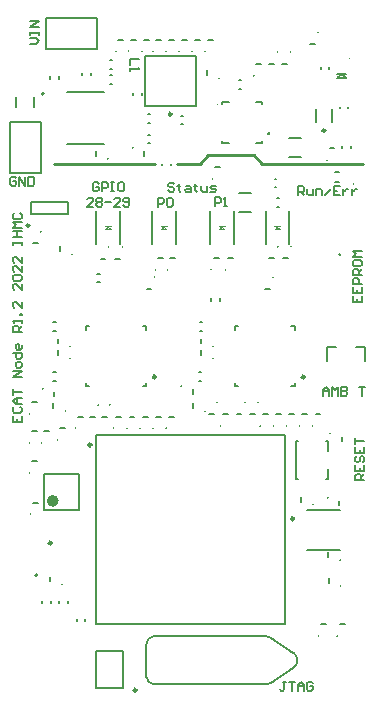
<source format=gto>
G04*
G04 #@! TF.GenerationSoftware,Altium Limited,Altium Designer,22.8.2 (66)*
G04*
G04 Layer_Color=65535*
%FSLAX25Y25*%
%MOIN*%
G70*
G04*
G04 #@! TF.SameCoordinates,FBB38BD8-B248-4C14-88E0-E7BD1AE39475*
G04*
G04*
G04 #@! TF.FilePolarity,Positive*
G04*
G01*
G75*
%ADD10C,0.00984*%
%ADD11C,0.00787*%
%ADD12C,0.00700*%
%ADD13C,0.00394*%
%ADD14C,0.00598*%
%ADD15C,0.01968*%
%ADD16C,0.00551*%
%ADD17C,0.00600*%
%ADD18C,0.00500*%
%ADD19C,0.00591*%
%ADD20C,0.01000*%
%ADD21C,0.00800*%
%ADD22C,0.00669*%
%ADD23C,0.00492*%
%ADD24R,0.00295X0.00886*%
%ADD25R,0.00295X0.00591*%
D10*
X7407Y156593D02*
G03*
X7407Y156593I-492J0D01*
G01*
X28051Y83465D02*
G03*
X28051Y83465I-492J0D01*
G01*
X106004Y188287D02*
G03*
X106004Y188287I-492J0D01*
G01*
X14764Y50787D02*
G03*
X14764Y50787I-492J0D01*
G01*
X99114Y106102D02*
G03*
X99114Y106102I-492J0D01*
G01*
X49508D02*
G03*
X49508Y106102I-492J0D01*
G01*
X54823Y193701D02*
G03*
X54823Y193701I-492J0D01*
G01*
X95571Y58858D02*
G03*
X95571Y58858I-492J0D01*
G01*
X43058Y1710D02*
G03*
X43058Y1710I-492J0D01*
G01*
X87160Y187177D02*
G03*
X87160Y187177I-197J0D01*
G01*
D11*
X9995Y40014D02*
G03*
X9995Y40014I-394J0D01*
G01*
X12165Y200512D02*
G03*
X12165Y200512I-394J0D01*
G01*
X7998Y164368D02*
X20202D01*
X7998Y160432D02*
X20202D01*
Y164368D01*
X7998Y160432D02*
Y164368D01*
X2849Y195928D02*
Y199472D01*
X8951Y195928D02*
Y199472D01*
X29528Y86614D02*
X92520D01*
Y23622D02*
Y86614D01*
X29528Y23622D02*
X92520D01*
X29528D02*
Y86614D01*
X17324Y30706D02*
Y31494D01*
X20276Y30706D02*
Y31494D01*
X104429Y208703D02*
Y209490D01*
X107382Y208703D02*
Y209490D01*
X15354Y124311D02*
X16142D01*
X15354Y121358D02*
X16142D01*
X108268Y191142D02*
Y195472D01*
X102756Y191142D02*
Y195472D01*
X12205Y61820D02*
X24016D01*
Y73613D01*
X12205D02*
X24016D01*
X12205Y61820D02*
Y73613D01*
X95866Y102953D02*
Y104134D01*
Y121850D02*
Y123031D01*
X75787D02*
X76968D01*
X94685D02*
X95866D01*
X75787Y102953D02*
Y104134D01*
Y121850D02*
Y123031D01*
Y102953D02*
X76968D01*
X94685D02*
X95866D01*
X46260D02*
Y104134D01*
Y121850D02*
Y123031D01*
X26181D02*
X27362D01*
X45079D02*
X46260D01*
X26181Y102953D02*
Y104134D01*
Y121850D02*
Y123031D01*
Y102953D02*
X27362D01*
X45079D02*
X46260D01*
X71653Y184252D02*
X73819D01*
X82874D02*
X85039D01*
X82874Y197638D02*
X85039D01*
X71653D02*
X73819D01*
X71653Y197008D02*
Y197638D01*
Y184252D02*
Y184882D01*
X85039Y184252D02*
Y184882D01*
Y197008D02*
Y197638D01*
X77362Y202165D02*
X77756D01*
X77362Y204921D02*
X77756D01*
X113689Y195587D02*
Y195980D01*
X110933Y195587D02*
Y195980D01*
X89173Y172244D02*
X89567D01*
X89173Y169488D02*
X89567D01*
X23122Y24903D02*
Y25297D01*
X25878Y24903D02*
Y25297D01*
X25000Y206890D02*
Y207283D01*
X27756Y206890D02*
Y207283D01*
X51662Y176783D02*
Y177176D01*
X54418Y176783D02*
Y177176D01*
X47047Y186811D02*
X47441D01*
X47047Y184055D02*
X47441D01*
X45866Y196260D02*
X62795D01*
Y213189D01*
X45866D02*
X62795D01*
X45866Y196260D02*
Y213189D01*
X64173Y124311D02*
X64961D01*
X64173Y121358D02*
X64961D01*
X70755Y131496D02*
Y132283D01*
X67802Y131496D02*
Y132283D01*
X63779Y107776D02*
X64567D01*
X63779Y104823D02*
X64567D01*
X30006Y140576D02*
X30794D01*
X30006Y137624D02*
X30794D01*
X15354Y107776D02*
X16142D01*
X15354Y104823D02*
X16142D01*
X14676Y30706D02*
Y31494D01*
X11724Y30706D02*
Y31494D01*
X57874Y193209D02*
X58661D01*
X57874Y190256D02*
X58661D01*
X111516Y182283D02*
Y183071D01*
X114469Y182283D02*
Y183071D01*
X46850Y190650D02*
X47638D01*
X46850Y193602D02*
X47638D01*
X44783Y200000D02*
Y200787D01*
X41831Y200000D02*
Y200787D01*
X34252Y211713D02*
X35039D01*
X34252Y208760D02*
X35039D01*
X34252Y206594D02*
X35039D01*
X34252Y203642D02*
X35039D01*
X89764Y162697D02*
X90551D01*
X89764Y165650D02*
X90551D01*
X14272Y205512D02*
Y206299D01*
X17224Y205512D02*
Y206299D01*
X100000Y48425D02*
X111024D01*
X100000Y61811D02*
X111024D01*
X29672Y14702D02*
X38728D01*
X29672Y2498D02*
X38728D01*
X29672D02*
Y14702D01*
X38728Y2498D02*
Y14702D01*
X96260Y72047D02*
X96752D01*
X106398D02*
X106890D01*
Y81398D02*
Y84646D01*
Y72047D02*
Y75295D01*
X96260Y84646D02*
X96752D01*
X106398D02*
X106890D01*
X96260Y72047D02*
Y84646D01*
D12*
X82158Y206530D02*
G03*
X82158Y206530I-100J0D01*
G01*
X11400Y84200D02*
G03*
X11400Y84200I-100J0D01*
G01*
X103500Y221000D02*
G03*
X103500Y221000I-100J0D01*
G01*
X88682Y89801D02*
G03*
X88682Y89801I-100J0D01*
G01*
X33528Y178909D02*
G03*
X33528Y178909I-100J0D01*
G01*
X68567Y112373D02*
G03*
X68567Y112373I-100J0D01*
G01*
Y116310D02*
G03*
X68567Y116310I-100J0D01*
G01*
X83509Y97601D02*
G03*
X83509Y97601I-100J0D01*
G01*
X110000Y19722D02*
G03*
X110000Y19722I-100J0D01*
G01*
X103812D02*
G03*
X103812Y19722I-100J0D01*
G01*
X110969Y45050D02*
G03*
X110969Y45050I-100J0D01*
G01*
X111087Y36389D02*
G03*
X111087Y36389I-100J0D01*
G01*
X102032Y63554D02*
G03*
X102032Y63554I-100J0D01*
G01*
X106830Y65917D02*
G03*
X106830Y65917I-100J0D01*
G01*
X107617Y87233D02*
G03*
X107617Y87233I-100J0D01*
G01*
X84295Y89801D02*
G03*
X84295Y89801I-100J0D01*
G01*
X70010Y97601D02*
G03*
X70010Y97601I-100J0D01*
G01*
X53024Y89013D02*
G03*
X53024Y89013I-100J0D01*
G01*
X101843Y89801D02*
G03*
X101843Y89801I-100J0D01*
G01*
X97456D02*
G03*
X97456Y89801I-100J0D01*
G01*
X93069D02*
G03*
X93069Y89801I-100J0D01*
G01*
X79122Y97601D02*
G03*
X79122Y97601I-100J0D01*
G01*
X71135Y89801D02*
G03*
X71135Y89801I-100J0D01*
G01*
X35477Y89013D02*
G03*
X35477Y89013I-100J0D01*
G01*
X48637D02*
G03*
X48637Y89013I-100J0D01*
G01*
X39863D02*
G03*
X39863Y89013I-100J0D01*
G01*
X34183Y96813D02*
G03*
X34183Y96813I-100J0D01*
G01*
X22709Y89013D02*
G03*
X22709Y89013I-100J0D01*
G01*
X44251D02*
G03*
X44251Y89013I-100J0D01*
G01*
X58011Y102981D02*
G03*
X58011Y102981I-100J0D01*
G01*
X20929Y116310D02*
G03*
X20929Y116310I-100J0D01*
G01*
Y112373D02*
G03*
X20929Y112373I-100J0D01*
G01*
X19400Y94800D02*
G03*
X19400Y94800I-100J0D01*
G01*
X11800Y102200D02*
G03*
X11800Y102200I-100J0D01*
G01*
X7355Y93738D02*
G03*
X7355Y93738I-100J0D01*
G01*
X67985Y141887D02*
G03*
X67985Y141887I-100J0D01*
G01*
X72710D02*
G03*
X72710Y141887I-100J0D01*
G01*
X53418D02*
G03*
X53418Y141887I-100J0D01*
G01*
X49481Y141769D02*
G03*
X49481Y141769I-100J0D01*
G01*
X38514Y149452D02*
G03*
X38514Y149452I-100J0D01*
G01*
X33790D02*
G03*
X33790Y149452I-100J0D01*
G01*
X90089Y149569D02*
G03*
X90089Y149569I-100J0D01*
G01*
X94613D02*
G03*
X94613Y149569I-100J0D01*
G01*
X106568Y178384D02*
G03*
X106568Y178384I-100J0D01*
G01*
X115443Y170335D02*
G03*
X115443Y170335I-100J0D01*
G01*
X68379Y172084D02*
G03*
X68379Y172084I-100J0D01*
G01*
X90089Y214330D02*
G03*
X90089Y214330I-100J0D01*
G01*
X70535Y205680D02*
G03*
X70535Y205680I-100J0D01*
G01*
X21600Y147000D02*
G03*
X21600Y147000I-100J0D01*
G01*
X11300Y154500D02*
G03*
X11300Y154500I-100J0D01*
G01*
X30303Y96813D02*
G03*
X30303Y96813I-100J0D01*
G01*
X7355Y74053D02*
G03*
X7355Y74053I-100J0D01*
G01*
X7749Y60273D02*
G03*
X7749Y60273I-100J0D01*
G01*
X18173Y36946D02*
G03*
X18173Y36946I-100J0D01*
G01*
X16804Y85076D02*
G03*
X16804Y85076I-100J0D01*
G01*
X7355Y84200D02*
G03*
X7355Y84200I-100J0D01*
G01*
X65811Y94657D02*
G03*
X65811Y94657I-100J0D01*
G01*
X900Y174100D02*
X11300D01*
Y191100D01*
X900D02*
X11300D01*
X900Y174100D02*
Y191100D01*
X29900Y215500D02*
Y225900D01*
X12900D02*
X29900D01*
X12900Y215500D02*
Y225900D01*
Y215500D02*
X29900D01*
X94063Y185877D02*
X98063D01*
X94063Y179477D02*
X98063D01*
X109261Y174535D02*
X110442D01*
X109252Y171135D02*
X110433D01*
X30449Y170578D02*
X29949Y171078D01*
X28949D01*
X28449Y170578D01*
Y168579D01*
X28949Y168079D01*
X29949D01*
X30449Y168579D01*
Y169578D01*
X29449D01*
X31449Y168079D02*
Y171078D01*
X32948D01*
X33448Y170578D01*
Y169578D01*
X32948Y169079D01*
X31449D01*
X34448Y171078D02*
X35447D01*
X34947D01*
Y168079D01*
X34448D01*
X35447D01*
X38446Y171078D02*
X37446D01*
X36947Y170578D01*
Y168579D01*
X37446Y168079D01*
X38446D01*
X38946Y168579D01*
Y170578D01*
X38446Y171078D01*
X28699Y162800D02*
X26700D01*
X28699Y164799D01*
Y165299D01*
X28199Y165799D01*
X27200D01*
X26700Y165299D01*
X29699D02*
X30199Y165799D01*
X31199D01*
X31698Y165299D01*
Y164799D01*
X31199Y164299D01*
X31698Y163800D01*
Y163300D01*
X31199Y162800D01*
X30199D01*
X29699Y163300D01*
Y163800D01*
X30199Y164299D01*
X29699Y164799D01*
Y165299D01*
X30199Y164299D02*
X31199D01*
X32698D02*
X34697D01*
X37696Y162800D02*
X35697D01*
X37696Y164799D01*
Y165299D01*
X37197Y165799D01*
X36197D01*
X35697Y165299D01*
X38696Y163300D02*
X39196Y162800D01*
X40196D01*
X40696Y163300D01*
Y165299D01*
X40196Y165799D01*
X39196D01*
X38696Y165299D01*
Y164799D01*
X39196Y164299D01*
X40696D01*
X7601Y217100D02*
X9600D01*
X10600Y218100D01*
X9600Y219099D01*
X7601D01*
Y220099D02*
Y221099D01*
Y220599D01*
X10600D01*
Y220099D01*
Y221099D01*
Y222598D02*
X7601D01*
X10600Y224598D01*
X7601D01*
X2999Y172399D02*
X2499Y172899D01*
X1500D01*
X1000Y172399D01*
Y170400D01*
X1500Y169900D01*
X2499D01*
X2999Y170400D01*
Y171399D01*
X2000D01*
X3999Y169900D02*
Y172899D01*
X5998Y169900D01*
Y172899D01*
X6998D02*
Y169900D01*
X8498D01*
X8997Y170400D01*
Y172399D01*
X8498Y172899D01*
X6998D01*
X1813Y93251D02*
Y91251D01*
X4812D01*
Y93251D01*
X3312Y91251D02*
Y92251D01*
X2313Y96250D02*
X1813Y95750D01*
Y94750D01*
X2313Y94250D01*
X4312D01*
X4812Y94750D01*
Y95750D01*
X4312Y96250D01*
X4812Y97249D02*
X2812D01*
X1813Y98249D01*
X2812Y99249D01*
X4812D01*
X3312D01*
Y97249D01*
X1813Y100248D02*
Y102248D01*
Y101248D01*
X4812D01*
Y106246D02*
X1813D01*
X4812Y108246D01*
X1813D01*
X4812Y109745D02*
Y110745D01*
X4312Y111245D01*
X3312D01*
X2812Y110745D01*
Y109745D01*
X3312Y109245D01*
X4312D01*
X4812Y109745D01*
X1813Y114244D02*
X4812D01*
Y112744D01*
X4312Y112244D01*
X3312D01*
X2812Y112744D01*
Y114244D01*
X4812Y116743D02*
Y115743D01*
X4312Y115243D01*
X3312D01*
X2812Y115743D01*
Y116743D01*
X3312Y117243D01*
X3812D01*
Y115243D01*
X4812Y121241D02*
X1813D01*
Y122741D01*
X2313Y123241D01*
X3312D01*
X3812Y122741D01*
Y121241D01*
Y122241D02*
X4812Y123241D01*
Y124241D02*
Y125240D01*
Y124740D01*
X1813D01*
X2313Y124241D01*
X4812Y126740D02*
X4312D01*
Y127240D01*
X4812D01*
Y126740D01*
Y131238D02*
Y129239D01*
X2812Y131238D01*
X2313D01*
X1813Y130738D01*
Y129739D01*
X2313Y129239D01*
X4812Y137236D02*
Y135237D01*
X2812Y137236D01*
X2313D01*
X1813Y136737D01*
Y135737D01*
X2313Y135237D01*
Y138236D02*
X1813Y138736D01*
Y139735D01*
X2313Y140235D01*
X4312D01*
X4812Y139735D01*
Y138736D01*
X4312Y138236D01*
X2313D01*
X4812Y143234D02*
Y141235D01*
X2812Y143234D01*
X2313D01*
X1813Y142735D01*
Y141735D01*
X2313Y141235D01*
X4812Y146233D02*
Y144234D01*
X2812Y146233D01*
X2313D01*
X1813Y145734D01*
Y144734D01*
X2313Y144234D01*
X1813Y150232D02*
Y151232D01*
Y150732D01*
X4812D01*
Y150232D01*
Y151232D01*
X1813Y152731D02*
X4812D01*
X3312D01*
Y154731D01*
X1813D01*
X4812D01*
Y155730D02*
X1813D01*
X2812Y156730D01*
X1813Y157730D01*
X4812D01*
X2313Y160729D02*
X1813Y160229D01*
Y159229D01*
X2313Y158729D01*
X4312D01*
X4812Y159229D01*
Y160229D01*
X4312Y160729D01*
X115201Y132999D02*
Y131000D01*
X118200D01*
Y132999D01*
X116700Y131000D02*
Y132000D01*
X115201Y135998D02*
Y133999D01*
X118200D01*
Y135998D01*
X116700Y133999D02*
Y134999D01*
X118200Y136998D02*
X115201D01*
Y138498D01*
X115701Y138997D01*
X116700D01*
X117200Y138498D01*
Y136998D01*
X118200Y139997D02*
X115201D01*
Y141497D01*
X115701Y141996D01*
X116700D01*
X117200Y141497D01*
Y139997D01*
Y140997D02*
X118200Y141996D01*
X115201Y144496D02*
Y143496D01*
X115701Y142996D01*
X117700D01*
X118200Y143496D01*
Y144496D01*
X117700Y144995D01*
X115701D01*
X115201Y144496D01*
X118200Y145995D02*
X115201D01*
X116201Y146995D01*
X115201Y147994D01*
X118200D01*
X105400Y99800D02*
Y101799D01*
X106400Y102799D01*
X107399Y101799D01*
Y99800D01*
Y101300D01*
X105400D01*
X108399Y99800D02*
Y102799D01*
X109399Y101799D01*
X110398Y102799D01*
Y99800D01*
X111398Y102799D02*
Y99800D01*
X112898D01*
X113397Y100300D01*
Y100800D01*
X112898Y101300D01*
X111398D01*
X112898D01*
X113397Y101799D01*
Y102299D01*
X112898Y102799D01*
X111398D01*
X117396D02*
X119395D01*
X118396D01*
Y99800D01*
X119000Y71700D02*
X116001D01*
Y73199D01*
X116501Y73699D01*
X117500D01*
X118000Y73199D01*
Y71700D01*
Y72700D02*
X119000Y73699D01*
X116001Y76698D02*
Y74699D01*
X119000D01*
Y76698D01*
X117500Y74699D02*
Y75699D01*
X116501Y79697D02*
X116001Y79198D01*
Y78198D01*
X116501Y77698D01*
X117001D01*
X117500Y78198D01*
Y79198D01*
X118000Y79697D01*
X118500D01*
X119000Y79198D01*
Y78198D01*
X118500Y77698D01*
X116001Y82696D02*
Y80697D01*
X119000D01*
Y82696D01*
X117500Y80697D02*
Y81697D01*
X116001Y83696D02*
Y85695D01*
Y84696D01*
X119000D01*
X92799Y4499D02*
X91800D01*
X92299D01*
Y2000D01*
X91800Y1500D01*
X91300D01*
X90800Y2000D01*
X93799Y4499D02*
X95798D01*
X94799D01*
Y1500D01*
X96798D02*
Y3499D01*
X97798Y4499D01*
X98797Y3499D01*
Y1500D01*
Y2999D01*
X96798D01*
X101796Y3999D02*
X101297Y4499D01*
X100297D01*
X99797Y3999D01*
Y2000D01*
X100297Y1500D01*
X101297D01*
X101796Y2000D01*
Y2999D01*
X100797D01*
X69200Y163000D02*
Y165999D01*
X70700D01*
X71199Y165499D01*
Y164499D01*
X70700Y164000D01*
X69200D01*
X72199Y163000D02*
X73199D01*
X72699D01*
Y165999D01*
X72199Y165499D01*
X50100Y162800D02*
Y165799D01*
X51600D01*
X52099Y165299D01*
Y164299D01*
X51600Y163800D01*
X50100D01*
X53099Y165299D02*
X53599Y165799D01*
X54599D01*
X55098Y165299D01*
Y163300D01*
X54599Y162800D01*
X53599D01*
X53099Y163300D01*
Y165299D01*
X97000Y166600D02*
Y169599D01*
X98500D01*
X98999Y169099D01*
Y168099D01*
X98500Y167600D01*
X97000D01*
X98000D02*
X98999Y166600D01*
X99999Y168599D02*
Y167100D01*
X100499Y166600D01*
X101998D01*
Y168599D01*
X102998Y166600D02*
Y168599D01*
X104498D01*
X104997Y168099D01*
Y166600D01*
X105997D02*
X107996Y168599D01*
X110995Y169599D02*
X108996D01*
Y166600D01*
X110995D01*
X108996Y168099D02*
X109996D01*
X111995Y168599D02*
Y166600D01*
Y167600D01*
X112495Y168099D01*
X112995Y168599D01*
X113495D01*
X114994D02*
Y166600D01*
Y167600D01*
X115494Y168099D01*
X115994Y168599D01*
X116494D01*
X55699Y170299D02*
X55199Y170799D01*
X54200D01*
X53700Y170299D01*
Y169799D01*
X54200Y169299D01*
X55199D01*
X55699Y168800D01*
Y168300D01*
X55199Y167800D01*
X54200D01*
X53700Y168300D01*
X57199Y170299D02*
Y169799D01*
X56699D01*
X57699D01*
X57199D01*
Y168300D01*
X57699Y167800D01*
X59698Y169799D02*
X60698D01*
X61198Y169299D01*
Y167800D01*
X59698D01*
X59198Y168300D01*
X59698Y168800D01*
X61198D01*
X62697Y170299D02*
Y169799D01*
X62197D01*
X63197D01*
X62697D01*
Y168300D01*
X63197Y167800D01*
X64696Y169799D02*
Y168300D01*
X65196Y167800D01*
X66696D01*
Y169799D01*
X67695Y167800D02*
X69195D01*
X69695Y168300D01*
X69195Y168800D01*
X68195D01*
X67695Y169299D01*
X68195Y169799D01*
X69695D01*
X44019Y212236D02*
X41020D01*
Y210236D01*
Y209237D02*
Y208237D01*
Y208737D01*
X44019D01*
X43519Y209237D01*
D13*
X114319Y212351D02*
G03*
X114319Y212351I-197J0D01*
G01*
X70276Y197008D02*
G03*
X70276Y197008I-197J0D01*
G01*
D14*
X48878Y19673D02*
G03*
X46378Y17173I0J-2500D01*
G01*
Y6173D02*
G03*
X48878Y3673I2500J0D01*
G01*
X95478Y9273D02*
G03*
X95478Y14073I-1800J2400D01*
G01*
X87878Y19173D02*
G03*
X86378Y19673I-1500J-2000D01*
G01*
Y3673D02*
G03*
X87878Y4173I0J2500D01*
G01*
D15*
X16142Y64773D02*
G03*
X16142Y64773I-984J0D01*
G01*
D16*
X111102Y146831D02*
G03*
X111102Y146831I-276J0D01*
G01*
D17*
X49144Y139333D02*
G03*
X49144Y139333I-100J0D01*
G01*
X88514D02*
G03*
X88514Y139333I-100J0D01*
G01*
X53024Y214604D02*
G03*
X53024Y214604I-100J0D01*
G01*
X61686D02*
G03*
X61686Y214604I-100J0D01*
G01*
X94420Y214330D02*
G03*
X94420Y214330I-100J0D01*
G01*
X48694Y214604D02*
G03*
X48694Y214604I-100J0D01*
G01*
X44757D02*
G03*
X44757Y214604I-100J0D01*
G01*
X41869Y182509D02*
G03*
X41869Y182509I-100J0D01*
G01*
X40400Y214600D02*
G03*
X40400Y214600I-100J0D01*
G01*
X36100D02*
G03*
X36100Y214600I-100J0D01*
G01*
X66017Y214604D02*
G03*
X66017Y214604I-100J0D01*
G01*
X57355D02*
G03*
X57355Y214604I-100J0D01*
G01*
X87878Y19173D02*
X95378Y14173D01*
X87878Y4173D02*
X95378Y9173D01*
X48878Y19673D02*
X86378D01*
X48878Y3673D02*
X86378D01*
X46378Y6173D02*
Y17173D01*
D18*
X83058Y210430D02*
X84658D01*
X12299Y88100D02*
X13899D01*
X100801Y217100D02*
X102401D01*
X89582Y93701D02*
X91182D01*
X29527Y179908D02*
Y181508D01*
X19878Y201220D02*
X32090D01*
X19878Y183819D02*
X32090D01*
X64567Y113373D02*
Y114973D01*
Y117310D02*
Y118910D01*
X80809Y93700D02*
X82409D01*
X110899Y23622D02*
X112499D01*
X104711D02*
X106311D01*
X106969Y46050D02*
Y47650D01*
X107086Y37388D02*
Y38988D01*
X98031Y64554D02*
Y66154D01*
X110630Y63317D02*
Y64917D01*
X111418Y84634D02*
Y86234D01*
X85195Y93701D02*
X86795D01*
X67311Y93700D02*
X68911D01*
X53924Y92914D02*
X55524D01*
X102743Y93701D02*
X104343D01*
X98356D02*
X99956D01*
X93969D02*
X95569D01*
X76422Y93700D02*
X78022D01*
X72034Y93701D02*
X73634D01*
X36376Y92914D02*
X37976D01*
X49537D02*
X51137D01*
X40763D02*
X42363D01*
X31484Y92913D02*
X33084D01*
X23609Y92914D02*
X25209D01*
X45150D02*
X46750D01*
X61811Y100382D02*
Y101982D01*
X16929Y117310D02*
Y118910D01*
Y113373D02*
Y114973D01*
X15400Y95799D02*
Y97399D01*
X15600Y99601D02*
Y101201D01*
X8254Y97638D02*
X9854D01*
X68884Y145787D02*
X70484D01*
X73609D02*
X75209D01*
X54317D02*
X55918D01*
X50380Y145670D02*
X51981D01*
X46444Y135433D02*
X48044D01*
X35815Y145551D02*
X37415D01*
X31090D02*
X32690D01*
X87390Y145669D02*
X88990D01*
X91914D02*
X93514D01*
X85814Y135433D02*
X87414D01*
X107467Y182284D02*
X109067D01*
X69278Y175985D02*
X70878D01*
X53924Y218504D02*
X55524D01*
X62586D02*
X64186D01*
X91720Y210430D02*
X93320D01*
X87390D02*
X88990D01*
X66535Y206680D02*
Y208280D01*
X49593Y218504D02*
X51193D01*
X45656D02*
X47256D01*
X45670Y179909D02*
Y181509D01*
X17600Y147999D02*
Y149599D01*
X8601Y150600D02*
X10201D01*
X27603Y92913D02*
X29203D01*
X8254Y77953D02*
X9854D01*
X8648Y64174D02*
X10248D01*
X14173Y37945D02*
Y39545D01*
X17703Y88977D02*
X19303D01*
X8254Y88100D02*
X9854D01*
X61811Y95656D02*
Y97256D01*
X41300Y218500D02*
X42900D01*
X37000D02*
X38600D01*
X66916Y218504D02*
X68516D01*
X58255D02*
X59855D01*
D19*
X110039Y207185D02*
X112795D01*
X111417Y207087D02*
X112795Y205709D01*
X110039D02*
X111417Y207087D01*
X110039Y205709D02*
X112795D01*
D20*
X85039Y177165D02*
X118504D01*
X82284Y179921D02*
X85039Y177165D01*
X66929Y179921D02*
X82284D01*
X64173Y177165D02*
X66929Y179921D01*
X56693Y177165D02*
X64173D01*
X15682D02*
X49213D01*
D21*
X106692Y111405D02*
Y116205D01*
X109692D01*
X116292D02*
X119292D01*
Y111405D02*
Y116205D01*
X106692Y111405D02*
Y116205D01*
X109692D01*
X116292D02*
X119292D01*
Y111405D02*
Y116205D01*
D22*
X77165Y160925D02*
X81102D01*
X77165Y167421D02*
X81102D01*
X29646Y150394D02*
Y161417D01*
X37520Y150394D02*
Y161417D01*
X86102Y150394D02*
Y161417D01*
X93976Y150394D02*
Y161417D01*
X67546Y150394D02*
Y161417D01*
X75420Y150394D02*
Y161417D01*
X48202Y150394D02*
Y161417D01*
X56076Y150394D02*
Y161417D01*
D23*
X32598Y156398D02*
X34567D01*
X33583Y156201D02*
X34468Y155315D01*
X32697D02*
X34468D01*
X32697D02*
X33583Y156201D01*
X89055Y156398D02*
X91024D01*
X90039Y156201D02*
X90925Y155315D01*
X89153D02*
X90925D01*
X89153D02*
X90039Y156201D01*
X70499Y156398D02*
X72467D01*
X71483Y156201D02*
X72369Y155315D01*
X70597D02*
X72369D01*
X70597D02*
X71483Y156201D01*
X51155Y156398D02*
X53123D01*
X52139Y156201D02*
X53025Y155315D01*
X51253D02*
X53025D01*
X51253D02*
X52139Y156201D01*
D24*
X33435Y155758D02*
D03*
X89892D02*
D03*
X71335D02*
D03*
X51991D02*
D03*
D25*
X33730Y155610D02*
D03*
X90187D02*
D03*
X71631D02*
D03*
X52287D02*
D03*
M02*

</source>
